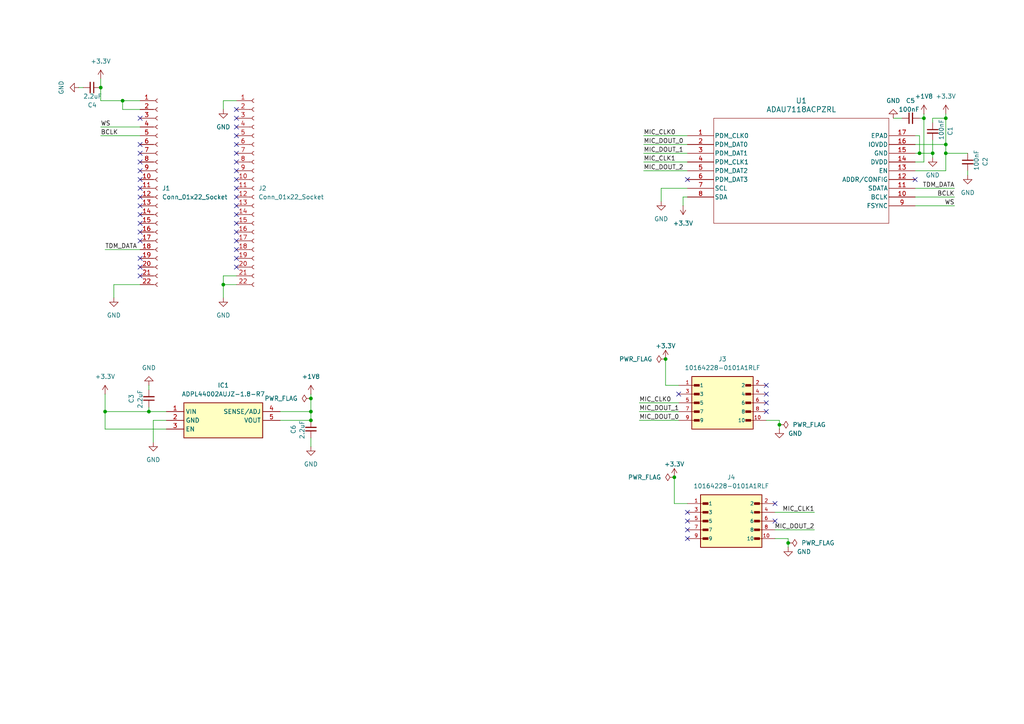
<source format=kicad_sch>
(kicad_sch (version 20250114) (generator "eeschema") (generator_version "9.0")
  (paper "A4")
  (lib_symbols
    (symbol "ADPL44002AUJZ-1.8:ADPL44002AUJZ-1.8-R7"
      (property "Reference" "IC" (at 29.21 7.62 0))
      (property "Value" "ADPL44002AUJZ-1.8-R7" (at 29.21 5.08 0))
      (symbol "ADPL44002AUJZ-1.8-R7_1_1"
        (rectangle (start 5.08 2.54) (end 27.94 -7.62) (stroke (width 0.254)) (fill (type background)))
        (pin passive line (at 0 0 0) (length 5.08) (name "VIN") (number "1"))
        (pin passive line (at 0 -2.54 0) (length 5.08) (name "GND") (number "2"))
        (pin passive line (at 0 -5.08 0) (length 5.08) (name "EN") (number "3"))
        (pin passive line (at 33.02 0 180) (length 5.08) (name "SENSE/ADJ") (number "4"))
        (pin passive line (at 33.02 -2.54 180) (length 5.08) (name "VOUT") (number "5"))
      )
    )
    (symbol "Connector:Conn_01x22_Socket" (pin_names (offset 1.016) (hide yes))
      (property "Reference" "J" (at 0 27.94 0))
      (property "Value" "Conn_01x22_Socket" (at 0 -30.48 0))
      (symbol "Conn_01x22_Socket_1_1"
        (polyline (pts (xy -1.27 25.4) (xy -0.508 25.4)) (stroke (width 0.1524)))
        (polyline (pts (xy -1.27 22.86) (xy -0.508 22.86)) (stroke (width 0.1524)))
        (polyline (pts (xy -1.27 20.32) (xy -0.508 20.32)) (stroke (width 0.1524)))
        (polyline (pts (xy -1.27 17.78) (xy -0.508 17.78)) (stroke (width 0.1524)))
        (polyline (pts (xy -1.27 15.24) (xy -0.508 15.24)) (stroke (width 0.1524)))
        (polyline (pts (xy -1.27 12.7) (xy -0.508 12.7)) (stroke (width 0.1524)))
        (polyline (pts (xy -1.27 10.16) (xy -0.508 10.16)) (stroke (width 0.1524)))
        (polyline (pts (xy -1.27 7.62) (xy -0.508 7.62)) (stroke (width 0.1524)))
        (polyline (pts (xy -1.27 5.08) (xy -0.508 5.08)) (stroke (width 0.1524)))
        (polyline (pts (xy -1.27 2.54) (xy -0.508 2.54)) (stroke (width 0.1524)))
        (polyline (pts (xy -1.27 0) (xy -0.508 0)) (stroke (width 0.1524)))
        (polyline (pts (xy -1.27 -2.54) (xy -0.508 -2.54)) (stroke (width 0.1524)))
        (polyline (pts (xy -1.27 -5.08) (xy -0.508 -5.08)) (stroke (width 0.1524)))
        (polyline (pts (xy -1.27 -7.62) (xy -0.508 -7.62)) (stroke (width 0.1524)))
        (polyline (pts (xy -1.27 -10.16) (xy -0.508 -10.16)) (stroke (width 0.1524)))
        (polyline (pts (xy -1.27 -12.7) (xy -0.508 -12.7)) (stroke (width 0.1524)))
        (polyline (pts (xy -1.27 -15.24) (xy -0.508 -15.24)) (stroke (width 0.1524)))
        (polyline (pts (xy -1.27 -17.78) (xy -0.508 -17.78)) (stroke (width 0.1524)))
        (polyline (pts (xy -1.27 -20.32) (xy -0.508 -20.32)) (stroke (width 0.1524)))
        (polyline (pts (xy -1.27 -22.86) (xy -0.508 -22.86)) (stroke (width 0.1524)))
        (polyline (pts (xy -1.27 -25.4) (xy -0.508 -25.4)) (stroke (width 0.1524)))
        (polyline (pts (xy -1.27 -27.94) (xy -0.508 -27.94)) (stroke (width 0.1524)))
        (arc (start 0 24.892) (mid -0.5058 25.4) (end 0 25.908) (stroke (width 0.1524)))
        (arc (start 0 22.352) (mid -0.5058 22.86) (end 0 23.368) (stroke (width 0.1524)))
        (arc (start 0 19.812) (mid -0.5058 20.32) (end 0 20.828) (stroke (width 0.1524)))
        (arc (start 0 17.272) (mid -0.5058 17.78) (end 0 18.288) (stroke (width 0.1524)))
        (arc (start 0 14.732) (mid -0.5058 15.24) (end 0 15.748) (stroke (width 0.1524)))
        (arc (start 0 12.192) (mid -0.5058 12.7) (end 0 13.208) (stroke (width 0.1524)))
        (arc (start 0 9.652) (mid -0.5058 10.16) (end 0 10.668) (stroke (width 0.1524)))
        (arc (start 0 7.112) (mid -0.5058 7.62) (end 0 8.128) (stroke (width 0.1524)))
        (arc (start 0 4.572) (mid -0.5058 5.08) (end 0 5.588) (stroke (width 0.1524)))
        (arc (start 0 2.032) (mid -0.5058 2.54) (end 0 3.048) (stroke (width 0.1524)))
        (arc (start 0 -0.508) (mid -0.5058 0) (end 0 0.508) (stroke (width 0.1524)))
        (arc (start 0 -3.048) (mid -0.5058 -2.54) (end 0 -2.032) (stroke (width 0.1524)))
        (arc (start 0 -5.588) (mid -0.5058 -5.08) (end 0 -4.572) (stroke (width 0.1524)))
        (arc (start 0 -8.128) (mid -0.5058 -7.62) (end 0 -7.112) (stroke (width 0.1524)))
        (arc (start 0 -10.668) (mid -0.5058 -10.16) (end 0 -9.652) (stroke (width 0.1524)))
        (arc (start 0 -13.208) (mid -0.5058 -12.7) (end 0 -12.192) (stroke (width 0.1524)))
        (arc (start 0 -15.748) (mid -0.5058 -15.24) (end 0 -14.732) (stroke (width 0.1524)))
        (arc (start 0 -18.288) (mid -0.5058 -17.78) (end 0 -17.272) (stroke (width 0.1524)))
        (arc (start 0 -20.828) (mid -0.5058 -20.32) (end 0 -19.812) (stroke (width 0.1524)))
        (arc (start 0 -23.368) (mid -0.5058 -22.86) (end 0 -22.352) (stroke (width 0.1524)))
        (arc (start 0 -25.908) (mid -0.5058 -25.4) (end 0 -24.892) (stroke (width 0.1524)))
        (arc (start 0 -28.448) (mid -0.5058 -27.94) (end 0 -27.432) (stroke (width 0.1524)))
        (pin passive line (at -5.08 25.4 0) (length 3.81) (name "Pin_1") (number "1"))
        (pin passive line (at -5.08 22.86 0) (length 3.81) (name "Pin_2") (number "2"))
        (pin passive line (at -5.08 20.32 0) (length 3.81) (name "Pin_3") (number "3"))
        (pin passive line (at -5.08 17.78 0) (length 3.81) (name "Pin_4") (number "4"))
        (pin passive line (at -5.08 15.24 0) (length 3.81) (name "Pin_5") (number "5"))
        (pin passive line (at -5.08 12.7 0) (length 3.81) (name "Pin_6") (number "6"))
        (pin passive line (at -5.08 10.16 0) (length 3.81) (name "Pin_7") (number "7"))
        (pin passive line (at -5.08 7.62 0) (length 3.81) (name "Pin_8") (number "8"))
        (pin passive line (at -5.08 5.08 0) (length 3.81) (name "Pin_9") (number "9"))
        (pin passive line (at -5.08 2.54 0) (length 3.81) (name "Pin_10") (number "10"))
        (pin passive line (at -5.08 0 0) (length 3.81) (name "Pin_11") (number "11"))
        (pin passive line (at -5.08 -2.54 0) (length 3.81) (name "Pin_12") (number "12"))
        (pin passive line (at -5.08 -5.08 0) (length 3.81) (name "Pin_13") (number "13"))
        (pin passive line (at -5.08 -7.62 0) (length 3.81) (name "Pin_14") (number "14"))
        (pin passive line (at -5.08 -10.16 0) (length 3.81) (name "Pin_15") (number "15"))
        (pin passive line (at -5.08 -12.7 0) (length 3.81) (name "Pin_16") (number "16"))
        (pin passive line (at -5.08 -15.24 0) (length 3.81) (name "Pin_17") (number "17"))
        (pin passive line (at -5.08 -17.78 0) (length 3.81) (name "Pin_18") (number "18"))
        (pin passive line (at -5.08 -20.32 0) (length 3.81) (name "Pin_19") (number "19"))
        (pin passive line (at -5.08 -22.86 0) (length 3.81) (name "Pin_20") (number "20"))
        (pin passive line (at -5.08 -25.4 0) (length 3.81) (name "Pin_21") (number "21"))
        (pin passive line (at -5.08 -27.94 0) (length 3.81) (name "Pin_22") (number "22"))
      )
    )
    (symbol "Device:C_Small" (pin_numbers (hide yes)) (pin_names (offset 0.254) (hide yes))
      (property "Reference" "C" (at 0.254 1.778 0))
      (property "Value" "C_Small" (at 0.254 -2.032 0))
      (symbol "C_Small_0_1"
        (polyline (pts (xy -1.524 0.508) (xy 1.524 0.508)) (stroke (width 0.3048)))
        (polyline (pts (xy -1.524 -0.508) (xy 1.524 -0.508)) (stroke (width 0.3302)))
      )
      (symbol "C_Small_1_1"
        (pin passive line (at 0 2.54 270) (length 2.032) (name "~") (number "1"))
        (pin passive line (at 0 -2.54 90) (length 2.032) (name "~") (number "2"))
      )
    )
    (symbol "header:10164228-0101A1RLF" (pin_names (offset 1.016))
      (property "Reference" "J" (at -8.89 8.382 0))
      (property "Value" "10164228-0101A1RLF" (at -8.89 -10.16 0))
      (symbol "10164228-0101A1RLF_0_0"
        (rectangle (start -8.89 -7.62) (end 8.89 7.62) (stroke (width 0.254)) (fill (type background)))
        (rectangle (start -8.255 4.7625) (end -6.6675 5.3975) (stroke (width 0.1)) (fill (type outline)))
        (rectangle (start -8.255 2.2225) (end -6.6675 2.8575) (stroke (width 0.1)) (fill (type outline)))
        (rectangle (start -8.255 -0.3175) (end -6.6675 0.3175) (stroke (width 0.1)) (fill (type outline)))
        (rectangle (start -8.255 -2.8575) (end -6.6675 -2.2225) (stroke (width 0.1)) (fill (type outline)))
        (rectangle (start -8.255 -5.3975) (end -6.6675 -4.7625) (stroke (width 0.1)) (fill (type outline)))
        (rectangle (start 6.6675 4.7625) (end 8.255 5.3975) (stroke (width 0.1)) (fill (type outline)))
        (rectangle (start 6.6675 2.2225) (end 8.255 2.8575) (stroke (width 0.1)) (fill (type outline)))
        (rectangle (start 6.6675 -0.3175) (end 8.255 0.3175) (stroke (width 0.1)) (fill (type outline)))
        (rectangle (start 6.6675 -2.8575) (end 8.255 -2.2225) (stroke (width 0.1)) (fill (type outline)))
        (rectangle (start 6.6675 -5.3975) (end 8.255 -4.7625) (stroke (width 0.1)) (fill (type outline)))
        (pin passive line (at -12.7 5.08 0) (length 5.08) (name "1") (number "1"))
        (pin passive line (at -12.7 2.54 0) (length 5.08) (name "3") (number "3"))
        (pin passive line (at -12.7 0 0) (length 5.08) (name "5") (number "5"))
        (pin passive line (at -12.7 -2.54 0) (length 5.08) (name "7") (number "7"))
        (pin passive line (at -12.7 -5.08 0) (length 5.08) (name "9") (number "9"))
        (pin passive line (at 12.7 5.08 180) (length 5.08) (name "2") (number "2"))
        (pin passive line (at 12.7 2.54 180) (length 5.08) (name "4") (number "4"))
        (pin passive line (at 12.7 0 180) (length 5.08) (name "6") (number "6"))
        (pin passive line (at 12.7 -2.54 180) (length 5.08) (name "8") (number "8"))
        (pin passive line (at 12.7 -5.08 180) (length 5.08) (name "10") (number "10"))
      )
    )
    (symbol "mux:ADAU7118ACPZRL" (pin_names (offset 0.254))
      (property "Reference" "U" (at 33.02 10.16 0))
      (property "Value" "ADAU7118ACPZRL" (at 33.02 7.62 0))
      (symbol "ADAU7118ACPZRL_0_1"
        (polyline (pts (xy 7.62 5.08) (xy 7.62 -25.4)) (stroke (width 0.127)))
        (polyline (pts (xy 7.62 -25.4) (xy 58.42 -25.4)) (stroke (width 0.127)))
        (polyline (pts (xy 58.42 5.08) (xy 7.62 5.08)) (stroke (width 0.127)))
        (polyline (pts (xy 58.42 -25.4) (xy 58.42 5.08)) (stroke (width 0.127)))
        (pin output line (at 0 0 0) (length 7.62) (name "PDM_CLK0") (number "1"))
        (pin input line (at 0 -2.54 0) (length 7.62) (name "PDM_DAT0") (number "2"))
        (pin input line (at 0 -5.08 0) (length 7.62) (name "PDM_DAT1") (number "3"))
        (pin output line (at 0 -7.62 0) (length 7.62) (name "PDM_CLK1") (number "4"))
        (pin input line (at 0 -10.16 0) (length 7.62) (name "PDM_DAT2") (number "5"))
        (pin input line (at 0 -12.7 0) (length 7.62) (name "PDM_DAT3") (number "6"))
        (pin input line (at 0 -15.24 0) (length 7.62) (name "SCL") (number "7"))
        (pin unspecified line (at 0 -17.78 0) (length 7.62) (name "SDA") (number "8"))
        (pin power_out line (at 66.04 0 180) (length 7.62) (name "EPAD") (number "17"))
        (pin power_in line (at 66.04 -2.54 180) (length 7.62) (name "IOVDD") (number "16"))
        (pin power_out line (at 66.04 -5.08 180) (length 7.62) (name "GND") (number "15"))
        (pin power_in line (at 66.04 -7.62 180) (length 7.62) (name "DVDD") (number "14"))
        (pin unspecified line (at 66.04 -10.16 180) (length 7.62) (name "EN") (number "13"))
        (pin unspecified line (at 66.04 -12.7 180) (length 7.62) (name "ADDR/CONFIG") (number "12"))
        (pin output line (at 66.04 -15.24 180) (length 7.62) (name "SDATA") (number "11"))
        (pin unspecified line (at 66.04 -17.78 180) (length 7.62) (name "BCLK") (number "10"))
        (pin unspecified line (at 66.04 -20.32 180) (length 7.62) (name "FSYNC") (number "9"))
      )
    )
    (symbol "power:+1V8" (power) (pin_numbers (hide yes)) (pin_names (offset 0) (hide yes))
      (property "Value" "+1V8" (at 0 3.556 0))
      (symbol "+1V8_0_1"
        (polyline (pts (xy -0.762 1.27) (xy 0 2.54)))
        (polyline (pts (xy 0 2.54) (xy 0.762 1.27)))
        (polyline (pts (xy 0 0) (xy 0 2.54)))
      )
      (symbol "+1V8_1_1"
        (pin power_in line (at 0 0 90) (length 0) (name "~") (number "1"))
      )
    )
    (symbol "power:+3.3V" (power) (pin_numbers (hide yes)) (pin_names (offset 0) (hide yes))
      (property "Value" "+3.3V" (at 0 3.556 0))
      (symbol "+3.3V_0_1"
        (polyline (pts (xy -0.762 1.27) (xy 0 2.54)))
        (polyline (pts (xy 0 2.54) (xy 0.762 1.27)))
        (polyline (pts (xy 0 0) (xy 0 2.54)))
      )
      (symbol "+3.3V_1_1"
        (pin power_in line (at 0 0 90) (length 0) (name "~") (number "1"))
      )
    )
    (symbol "power:+3V3" (power) (pin_numbers (hide yes)) (pin_names (offset 0) (hide yes))
      (property "Value" "+3V3" (at 0 3.556 0))
      (symbol "+3V3_0_1"
        (polyline (pts (xy -0.762 1.27) (xy 0 2.54)))
        (polyline (pts (xy 0 2.54) (xy 0.762 1.27)))
        (polyline (pts (xy 0 0) (xy 0 2.54)))
      )
      (symbol "+3V3_1_1"
        (pin power_in line (at 0 0 90) (length 0) (name "~") (number "1"))
      )
    )
    (symbol "power:GND" (power) (pin_numbers (hide yes)) (pin_names (offset 0) (hide yes))
      (property "Value" "GND" (at 0 -3.81 0))
      (symbol "GND_0_1"
        (polyline (pts (xy 0 0) (xy 0 -1.27) (xy 1.27 -1.27) (xy 0 -2.54) (xy -1.27 -1.27) (xy 0 -1.27)))
      )
      (symbol "GND_1_1"
        (pin power_in line (at 0 0 270) (length 0) (name "~") (number "1"))
      )
    )
    (symbol "power:PWR_FLAG" (power) (pin_numbers (hide yes)) (pin_names (offset 0) (hide yes))
      (property "Value" "PWR_FLAG" (at 0 3.81 0))
      (symbol "PWR_FLAG_0_0"
        (pin power_out line (at 0 0 90) (length 0) (name "~") (number "1"))
      )
      (symbol "PWR_FLAG_0_1"
        (polyline (pts (xy 0 0) (xy 0 1.27) (xy -1.016 1.905) (xy 0 2.54) (xy 1.016 1.905) (xy 0 1.27)))
      )
    )
  )
  (junction (at 274.32 44.45))
  (junction (at 35.56 29.21))
  (junction (at 266.7 44.45))
  (junction (at 228.6 157.48))
  (junction (at 90.17 115.57))
  (junction (at 270.51 44.45))
  (junction (at 29.21 25.4))
  (junction (at 274.32 41.91))
  (junction (at 195.58 138.43))
  (junction (at 226.06 123.19))
  (junction (at 30.48 119.38))
  (junction (at 267.97 34.29))
  (junction (at 90.17 119.38))
  (junction (at 193.04 104.14))
  (junction (at 43.18 119.38))
  (junction (at 90.17 121.92))
  (junction (at 274.32 34.29))
  (junction (at 64.77 82.55))
  (no_connect (at 68.58 41.91))
  (no_connect (at 199.39 151.13))
  (no_connect (at 222.25 116.84))
  (no_connect (at 40.64 49.53))
  (no_connect (at 40.64 54.61))
  (no_connect (at 224.79 151.13))
  (no_connect (at 68.58 59.69))
  (no_connect (at 68.58 36.83))
  (no_connect (at 68.58 57.15))
  (no_connect (at 68.58 39.37))
  (no_connect (at 40.64 69.85))
  (no_connect (at 68.58 34.29))
  (no_connect (at 68.58 67.31))
  (no_connect (at 68.58 64.77))
  (no_connect (at 68.58 49.53))
  (no_connect (at 68.58 72.39))
  (no_connect (at 224.79 146.05))
  (no_connect (at 68.58 52.07))
  (no_connect (at 68.58 77.47))
  (no_connect (at 222.25 111.76))
  (no_connect (at 68.58 74.93))
  (no_connect (at 40.64 59.69))
  (no_connect (at 40.64 74.93))
  (no_connect (at 68.58 46.99))
  (no_connect (at 40.64 64.77))
  (no_connect (at 199.39 148.59))
  (no_connect (at 199.39 153.67))
  (no_connect (at 40.64 67.31))
  (no_connect (at 199.39 52.07))
  (no_connect (at 222.25 119.38))
  (no_connect (at 265.43 52.07))
  (no_connect (at 199.39 156.21))
  (no_connect (at 40.64 62.23))
  (no_connect (at 40.64 52.07))
  (no_connect (at 68.58 31.75))
  (no_connect (at 40.64 41.91))
  (no_connect (at 40.64 77.47))
  (no_connect (at 40.64 57.15))
  (no_connect (at 68.58 62.23))
  (no_connect (at 40.64 44.45))
  (no_connect (at 40.64 80.01))
  (no_connect (at 222.25 114.3))
  (no_connect (at 68.58 44.45))
  (no_connect (at 68.58 54.61))
  (no_connect (at 68.58 69.85))
  (no_connect (at 196.85 114.3))
  (no_connect (at 40.64 46.99))
  (no_connect (at 40.64 34.29))
  (wire (pts (xy 30.48 114.3) (xy 30.48 119.38)))
  (wire (pts (xy 81.28 121.92) (xy 90.17 121.92)))
  (wire (pts (xy 226.06 123.19) (xy 226.06 124.46)))
  (wire (pts (xy 186.69 44.45) (xy 199.39 44.45)))
  (wire (pts (xy 186.69 39.37) (xy 199.39 39.37)))
  (wire (pts (xy 64.77 82.55) (xy 68.58 82.55)))
  (wire (pts (xy 40.64 82.55) (xy 33.02 82.55)))
  (wire (pts (xy 265.43 39.37) (xy 266.7 39.37)))
  (wire (pts (xy 224.79 148.59) (xy 236.22 148.59)))
  (wire (pts (xy 199.39 57.15) (xy 198.12 57.15)))
  (wire (pts (xy 29.21 39.37) (xy 40.64 39.37)))
  (wire (pts (xy 90.17 121.92) (xy 90.17 119.38)))
  (wire (pts (xy 29.21 22.86) (xy 29.21 25.4)))
  (wire (pts (xy 44.45 128.27) (xy 44.45 121.92)))
  (wire (pts (xy 267.97 34.29) (xy 267.97 33.02)))
  (wire (pts (xy 265.43 57.15) (xy 276.86 57.15)))
  (wire (pts (xy 43.18 111.76) (xy 43.18 113.03)))
  (wire (pts (xy 199.39 54.61) (xy 191.77 54.61)))
  (wire (pts (xy 266.7 39.37) (xy 266.7 44.45)))
  (wire (pts (xy 185.42 121.92) (xy 196.85 121.92)))
  (wire (pts (xy 274.32 41.91) (xy 274.32 44.45)))
  (wire (pts (xy 198.12 57.15) (xy 198.12 59.69)))
  (wire (pts (xy 228.6 157.48) (xy 228.6 158.75)))
  (wire (pts (xy 48.26 124.46) (xy 30.48 124.46)))
  (wire (pts (xy 228.6 156.21) (xy 228.6 157.48)))
  (wire (pts (xy 29.21 25.4) (xy 29.21 29.21)))
  (wire (pts (xy 265.43 44.45) (xy 266.7 44.45)))
  (wire (pts (xy 270.51 44.45) (xy 270.51 45.72)))
  (wire (pts (xy 196.85 111.76) (xy 193.04 111.76)))
  (wire (pts (xy 29.21 36.83) (xy 40.64 36.83)))
  (wire (pts (xy 222.25 121.92) (xy 226.06 121.92)))
  (wire (pts (xy 195.58 146.05) (xy 195.58 138.43)))
  (wire (pts (xy 191.77 54.61) (xy 191.77 58.42)))
  (wire (pts (xy 270.51 34.29) (xy 274.32 34.29)))
  (wire (pts (xy 64.77 29.21) (xy 68.58 29.21)))
  (wire (pts (xy 29.21 29.21) (xy 35.56 29.21)))
  (wire (pts (xy 265.43 49.53) (xy 274.32 49.53)))
  (wire (pts (xy 185.42 119.38) (xy 196.85 119.38)))
  (wire (pts (xy 22.86 25.4) (xy 24.13 25.4)))
  (wire (pts (xy 274.32 44.45) (xy 280.67 44.45)))
  (wire (pts (xy 265.43 46.99) (xy 267.97 46.99)))
  (wire (pts (xy 266.7 34.29) (xy 267.97 34.29)))
  (wire (pts (xy 30.48 72.39) (xy 40.64 72.39)))
  (wire (pts (xy 64.77 86.36) (xy 64.77 82.55)))
  (wire (pts (xy 274.32 44.45) (xy 274.32 49.53)))
  (wire (pts (xy 266.7 44.45) (xy 270.51 44.45)))
  (wire (pts (xy 64.77 80.01) (xy 64.77 82.55)))
  (wire (pts (xy 193.04 111.76) (xy 193.04 104.14)))
  (wire (pts (xy 267.97 46.99) (xy 267.97 34.29)))
  (wire (pts (xy 186.69 41.91) (xy 199.39 41.91)))
  (wire (pts (xy 274.32 34.29) (xy 274.32 41.91)))
  (wire (pts (xy 35.56 31.75) (xy 35.56 29.21)))
  (wire (pts (xy 81.28 119.38) (xy 90.17 119.38)))
  (wire (pts (xy 259.08 34.29) (xy 261.62 34.29)))
  (wire (pts (xy 64.77 31.75) (xy 64.77 29.21)))
  (wire (pts (xy 30.48 119.38) (xy 43.18 119.38)))
  (wire (pts (xy 265.43 54.61) (xy 276.86 54.61)))
  (wire (pts (xy 270.51 35.56) (xy 270.51 34.29)))
  (wire (pts (xy 265.43 41.91) (xy 274.32 41.91)))
  (wire (pts (xy 224.79 156.21) (xy 228.6 156.21)))
  (wire (pts (xy 185.42 116.84) (xy 196.85 116.84)))
  (wire (pts (xy 265.43 59.69) (xy 276.86 59.69)))
  (wire (pts (xy 274.32 33.02) (xy 274.32 34.29)))
  (wire (pts (xy 40.64 31.75) (xy 35.56 31.75)))
  (wire (pts (xy 199.39 146.05) (xy 195.58 146.05)))
  (wire (pts (xy 280.67 49.53) (xy 280.67 50.8)))
  (wire (pts (xy 90.17 115.57) (xy 90.17 114.3)))
  (wire (pts (xy 186.69 49.53) (xy 199.39 49.53)))
  (wire (pts (xy 44.45 121.92) (xy 48.26 121.92)))
  (wire (pts (xy 35.56 29.21) (xy 40.64 29.21)))
  (wire (pts (xy 90.17 127) (xy 90.17 129.54)))
  (wire (pts (xy 186.69 46.99) (xy 199.39 46.99)))
  (wire (pts (xy 224.79 153.67) (xy 236.22 153.67)))
  (wire (pts (xy 43.18 119.38) (xy 48.26 119.38)))
  (wire (pts (xy 90.17 119.38) (xy 90.17 115.57)))
  (wire (pts (xy 226.06 121.92) (xy 226.06 123.19)))
  (wire (pts (xy 33.02 82.55) (xy 33.02 86.36)))
  (wire (pts (xy 30.48 119.38) (xy 30.48 124.46)))
  (wire (pts (xy 43.18 118.11) (xy 43.18 119.38)))
  (wire (pts (xy 68.58 80.01) (xy 64.77 80.01)))
  (wire (pts (xy 270.51 40.64) (xy 270.51 44.45)))
  (label "MIC_DOUT_0" (at 185.42 121.92 0))
  (label "MIC_DOUT_2" (at 236.22 153.67 180))
  (label "MIC_CLK0" (at 186.69 39.37 0))
  (label "MIC_CLK1" (at 186.69 46.99 0))
  (label "MIC_CLK1" (at 236.22 148.59 180))
  (label "BCLK" (at 276.86 57.15 180))
  (label "MIC_DOUT_1" (at 185.42 119.38 0))
  (label "TDM_DATA" (at 30.48 72.39 0))
  (label "TDM_DATA" (at 276.86 54.61 180))
  (label "MIC_DOUT_0" (at 186.69 41.91 0))
  (label "MIC_CLK0" (at 185.42 116.84 0))
  (label "WS" (at 276.86 59.69 180))
  (label "MIC_DOUT_1" (at 186.69 44.45 0))
  (label "WS" (at 29.21 36.83 0))
  (label "BCLK" (at 29.21 39.37 0))
  (label "MIC_DOUT_2" (at 186.69 49.53 0))
  (symbol (lib_id "power:GND") (at 22.86 25.4 270) (unit 1)
    (property "Reference" "#PWR014" (effects (hide yes)))
    (property "Value" "GND" (at 17.78 25.4 0))
    (property "Description" "Power symbol creates a global label with name \"GND\" , ground" (effects (hide yes)))
  )
  (symbol (lib_id "power:PWR_FLAG") (at 90.17 115.57 90) (unit 1)
    (property "Reference" "#FLG05" (effects (hide yes)))
    (property "Value" "PWR_FLAG" (at 86.36 115.5699 90) (effects (justify left)))
    (property "Description" "Special symbol for telling ERC where power comes from" (effects (hide yes)))
  )
  (symbol (lib_id "power:+3.3V") (at 30.48 114.3 0) (unit 1)
    (property "Reference" "#PWR05" (effects (hide yes)))
    (property "Value" "+3.3V" (at 30.48 109.22 0))
    (property "Description" "Power symbol creates a global label with name \"+3.3V\"" (effects (hide yes)))
  )
  (symbol (lib_id "power:+3.3V") (at 198.12 59.69 180) (unit 1)
    (property "Reference" "#PWR016" (effects (hide yes)))
    (property "Value" "+3.3V" (at 198.12 64.77 0))
    (property "Description" "Power symbol creates a global label with name \"+3.3V\"" (effects (hide yes)))
  )
  (symbol (lib_id "Connector:Conn_01x22_Socket") (at 45.72 54.61 0) (unit 1)
    (property "Reference" "J1" (at 46.99 54.6099 0) (effects (justify left)))
    (property "Value" "Conn_01x22_Socket" (at 46.99 57.1499 0) (effects (justify left)))
    (property "Footprint" "Connector_PinSocket_2.54mm:PinSocket_1x22_P2.54mm_Vertical" (effects (hide yes)))
    (property "Description" "Generic connector, single row, 01x22, script generated" (effects (hide yes)))
  )
  (symbol (lib_id "power:GND") (at 226.06 124.46 0) (unit 1)
    (property "Reference" "#PWR018" (effects (hide yes)))
    (property "Value" "GND" (at 228.6 125.7299 0) (effects (justify left)))
    (property "Description" "Power symbol creates a global label with name \"GND\" , ground" (effects (hide yes)))
  )
  (symbol (lib_id "ADPL44002AUJZ-1.8:ADPL44002AUJZ-1.8-R7") (at 48.26 119.38 0) (unit 1)
    (property "Reference" "IC1" (at 64.77 111.76 0))
    (property "Value" "ADPL44002AUJZ-1.8-R7" (at 64.77 114.3 0))
    (property "Footprint" "ADPL44002AUJZ-1.8:SOT95P280X100-5N" (effects (hide yes)))
    (property "Datasheet" "https://www.analog.com/ADPL44002/datasheet" (effects (hide yes)))
    (property "Description" "40V, 200mA, Low Noise, CMOS LDO Linear Regulator" (effects (hide yes)))
    (property "Height" "1" (effects (hide yes)))
    (property "Mouser Part Number" "584-PL44002AUJZ18R7" (effects (hide yes)))
    (property "Mouser Price/Stock" "https://www.mouser.co.uk/ProductDetail/Analog-Devices/ADPL44002AUJZ-1.8-R7?qs=%252BXxaIXUDbq0irNKu2gKhCw%3D%3D" (effects (hide yes)))
    (property "Manufacturer_Name" "Analog Devices" (effects (hide yes)))
    (property "Manufacturer_Part_Number" "ADPL44002AUJZ-1.8-R7" (effects (hide yes)))
  )
  (symbol (lib_id "power:PWR_FLAG") (at 226.06 123.19 270) (unit 1)
    (property "Reference" "#FLG02" (effects (hide yes)))
    (property "Value" "PWR_FLAG" (at 229.87 123.1899 90) (effects (justify left)))
    (property "Description" "Special symbol for telling ERC where power comes from" (effects (hide yes)))
  )
  (symbol (lib_id "Device:C_Small") (at 43.18 115.57 180) (unit 1)
    (property "Reference" "C3" (at 38.1 114.3 90) (effects (justify left)))
    (property "Value" "2.2uF" (at 40.64 113.03 90) (effects (justify left)))
    (property "Footprint" "Capacitor_SMD:C_0402_1005Metric" (effects (hide yes)))
  )
  (symbol (lib_id "power:GND") (at 191.77 58.42 0) (unit 1)
    (property "Reference" "#PWR01" (effects (hide yes)))
    (property "Value" "GND" (at 191.77 63.5 0))
    (property "Description" "Power symbol creates a global label with name \"GND\" , ground" (effects (hide yes)))
  )
  (symbol (lib_id "power:PWR_FLAG") (at 228.6 157.48 270) (unit 1)
    (property "Reference" "#FLG04" (effects (hide yes)))
    (property "Value" "PWR_FLAG" (at 232.41 157.4799 90) (effects (justify left)))
    (property "Description" "Special symbol for telling ERC where power comes from" (effects (hide yes)))
  )
  (symbol (lib_id "power:GND") (at 64.77 86.36 0) (unit 1)
    (property "Reference" "#PWR015" (effects (hide yes)))
    (property "Value" "GND" (at 64.77 91.44 0))
    (property "Description" "Power symbol creates a global label with name \"GND\" , ground" (effects (hide yes)))
  )
  (symbol (lib_id "Device:C_Small") (at 26.67 25.4 270) (unit 1)
    (property "Reference" "C4" (at 25.4 30.48 90) (effects (justify left)))
    (property "Value" "2.2uF" (at 24.13 27.94 90) (effects (justify left)))
    (property "Footprint" "Capacitor_SMD:C_0402_1005Metric" (effects (hide yes)))
  )
  (symbol (lib_id "power:PWR_FLAG") (at 195.58 138.43 90) (unit 1)
    (property "Reference" "#FLG03" (effects (hide yes)))
    (property "Value" "PWR_FLAG" (at 191.77 138.4299 90) (effects (justify left)))
    (property "Description" "Special symbol for telling ERC where power comes from" (effects (hide yes)))
  )
  (symbol (lib_id "mux:ADAU7118ACPZRL") (at 199.39 39.37 0) (unit 1)
    (property "Reference" "U1" (at 232.41 29.21 0) (effects (font (size 1.524 1.524))))
    (property "Value" "ADAU7118ACPZRL" (at 232.41 31.75 0) (effects (font (size 1.524 1.524))))
    (property "Footprint" "mux:QFN50P300X300X80-17N-D" (effects (hide yes)))
    (property "Datasheet" "ADAU7118ACPZRL" (effects (hide yes)))
  )
  (symbol (lib_id "power:GND") (at 33.02 86.36 0) (unit 1)
    (property "Reference" "#PWR09" (effects (hide yes)))
    (property "Value" "GND" (at 33.02 91.44 0))
    (property "Description" "Power symbol creates a global label with name \"GND\" , ground" (effects (hide yes)))
  )
  (symbol (lib_id "power:GND") (at 270.51 45.72 0) (unit 1)
    (property "Reference" "#PWR04" (effects (hide yes)))
    (property "Value" "GND" (at 270.51 50.8 0))
    (property "Description" "Power symbol creates a global label with name \"GND\" , ground" (effects (hide yes)))
  )
  (symbol (lib_id "power:PWR_FLAG") (at 193.04 104.14 90) (unit 1)
    (property "Reference" "#FLG01" (effects (hide yes)))
    (property "Value" "PWR_FLAG" (at 189.23 104.1399 90) (effects (justify left)))
    (property "Description" "Special symbol for telling ERC where power comes from" (effects (hide yes)))
  )
  (symbol (lib_id "power:GND") (at 43.18 111.76 180) (unit 1)
    (property "Reference" "#PWR013" (effects (hide yes)))
    (property "Value" "GND" (at 43.18 106.68 0))
    (property "Description" "Power symbol creates a global label with name \"GND\" , ground" (effects (hide yes)))
  )
  (symbol (lib_id "power:GND") (at 259.08 34.29 180) (unit 1)
    (property "Reference" "#PWR019" (effects (hide yes)))
    (property "Value" "GND" (at 259.08 29.21 0))
    (property "Description" "Power symbol creates a global label with name \"GND\" , ground" (effects (hide yes)))
  )
  (symbol (lib_id "Device:C_Small") (at 270.51 38.1 0) (unit 1)
    (property "Reference" "C1" (at 275.59 39.37 90) (effects (justify left)))
    (property "Value" "100nF" (at 273.05 40.64 90) (effects (justify left)))
    (property "Footprint" "Capacitor_SMD:C_0402_1005Metric" (effects (hide yes)))
  )
  (symbol (lib_id "power:GND") (at 64.77 31.75 0) (unit 1)
    (property "Reference" "#PWR011" (effects (hide yes)))
    (property "Value" "GND" (at 64.77 36.83 0))
    (property "Description" "Power symbol creates a global label with name \"GND\" , ground" (effects (hide yes)))
  )
  (symbol (lib_id "power:GND") (at 44.45 128.27 0) (unit 1)
    (property "Reference" "#PWR08" (effects (hide yes)))
    (property "Value" "GND" (at 44.45 133.35 0))
    (property "Description" "Power symbol creates a global label with name \"GND\" , ground" (effects (hide yes)))
  )
  (symbol (lib_id "power:+3V3") (at 193.04 104.14 0) (unit 1)
    (property "Reference" "#PWR017" (effects (hide yes)))
    (property "Value" "+3.3V" (at 193.04 100.33 0))
  )
  (symbol (lib_id "power:GND") (at 280.67 50.8 0) (unit 1)
    (property "Reference" "#PWR012" (effects (hide yes)))
    (property "Value" "GND" (at 280.67 55.88 0))
    (property "Description" "Power symbol creates a global label with name \"GND\" , ground" (effects (hide yes)))
  )
  (symbol (lib_id "power:GND") (at 228.6 158.75 0) (unit 1)
    (property "Reference" "#PWR028" (effects (hide yes)))
    (property "Value" "GND" (at 231.14 160.0199 0) (effects (justify left)))
    (property "Description" "Power symbol creates a global label with name \"GND\" , ground" (effects (hide yes)))
  )
  (symbol (lib_id "power:+1V8") (at 90.17 114.3 0) (unit 1)
    (property "Reference" "#PWR06" (effects (hide yes)))
    (property "Value" "+1V8" (at 90.17 109.22 0))
    (property "Description" "Power symbol creates a global label with name \"+1V8\"" (effects (hide yes)))
  )
  (symbol (lib_id "power:GND") (at 90.17 129.54 0) (unit 1)
    (property "Reference" "#PWR07" (effects (hide yes)))
    (property "Value" "GND" (at 90.17 134.62 0))
    (property "Description" "Power symbol creates a global label with name \"GND\" , ground" (effects (hide yes)))
  )
  (symbol (lib_id "power:+3.3V") (at 29.21 22.86 0) (unit 1)
    (property "Reference" "#PWR010" (effects (hide yes)))
    (property "Value" "+3.3V" (at 29.21 17.78 0))
    (property "Description" "Power symbol creates a global label with name \"+3.3V\"" (effects (hide yes)))
  )
  (symbol (lib_id "Device:C_Small") (at 264.16 34.29 90) (unit 1)
    (property "Reference" "C5" (at 265.43 29.21 90) (effects (justify left)))
    (property "Value" "100nF" (at 266.7 31.75 90) (effects (justify left)))
    (property "Footprint" "Capacitor_SMD:C_0402_1005Metric" (effects (hide yes)))
  )
  (symbol (lib_id "Device:C_Small") (at 90.17 124.46 180) (unit 1)
    (property "Reference" "C6" (at 85.09 123.19 90) (effects (justify left)))
    (property "Value" "2.2uF" (at 87.63 121.92 90) (effects (justify left)))
    (property "Footprint" "Capacitor_SMD:C_0402_1005Metric" (effects (hide yes)))
  )
  (symbol (lib_id "power:+1V8") (at 267.97 33.02 0) (unit 1)
    (property "Reference" "#PWR03" (effects (hide yes)))
    (property "Value" "+1V8" (at 267.97 27.94 0))
    (property "Description" "Power symbol creates a global label with name \"+1V8\"" (effects (hide yes)))
  )
  (symbol (lib_id "power:+3.3V") (at 274.32 33.02 0) (unit 1)
    (property "Reference" "#PWR02" (effects (hide yes)))
    (property "Value" "+3.3V" (at 274.32 27.94 0))
    (property "Description" "Power symbol creates a global label with name \"+3.3V\"" (effects (hide yes)))
  )
  (symbol (lib_id "Device:C_Small") (at 280.67 46.99 0) (unit 1)
    (property "Reference" "C2" (at 285.75 48.26 90) (effects (justify left)))
    (property "Value" "100nF" (at 283.21 49.53 90) (effects (justify left)))
    (property "Footprint" "Capacitor_SMD:C_0402_1005Metric" (effects (hide yes)))
  )
  (symbol (lib_id "Connector:Conn_01x22_Socket") (at 73.66 54.61 0) (unit 1)
    (property "Reference" "J2" (at 74.93 54.6099 0) (effects (justify left)))
    (property "Value" "Conn_01x22_Socket" (at 74.93 57.1499 0) (effects (justify left)))
    (property "Footprint" "Connector_PinSocket_2.54mm:PinSocket_1x22_P2.54mm_Vertical" (effects (hide yes)))
    (property "Description" "Generic connector, single row, 01x22, script generated" (effects (hide yes)))
  )
  (symbol (lib_id "header:10164228-0101A1RLF") (at 209.55 116.84 0) (unit 1)
    (property "Reference" "J3" (at 209.55 104.14 0))
    (property "Value" "10164228-0101A1RLF" (at 209.55 106.68 0))
    (property "Footprint" "header:AMPHENOL_10164228-0101A1RLF" (effects (hide yes)))
    (property "PARTREV" "C" (effects (hide yes)))
    (property "STANDARD" "Manufacturer Recommendations" (effects (hide yes)))
    (property "MAXIMUM_PACKAGE_HEIGHT" "1.30 mm" (effects (hide yes)))
    (property "MANUFACTURER" "Amphenol" (effects (hide yes)))
  )
  (symbol (lib_id "header:10164228-0101A1RLF") (at 212.09 151.13 0) (unit 1)
    (property "Reference" "J4" (at 212.09 138.43 0))
    (property "Value" "10164228-0101A1RLF" (at 212.09 140.97 0))
    (property "Footprint" "header:AMPHENOL_10164228-0101A1RLF" (effects (hide yes)))
    (property "PARTREV" "C" (effects (hide yes)))
    (property "STANDARD" "Manufacturer Recommendations" (effects (hide yes)))
    (property "MAXIMUM_PACKAGE_HEIGHT" "1.30 mm" (effects (hide yes)))
    (property "MANUFACTURER" "Amphenol" (effects (hide yes)))
  )
  (symbol (lib_id "power:+3V3") (at 195.58 138.43 0) (unit 1)
    (property "Reference" "#PWR027" (effects (hide yes)))
    (property "Value" "+3.3V" (at 195.58 134.62 0))
  )
)
</source>
